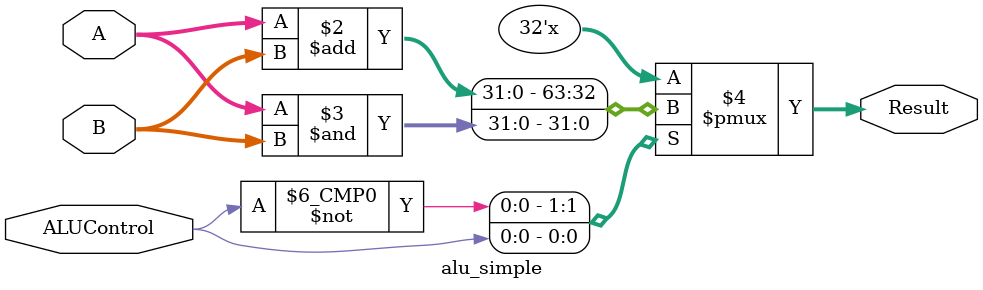
<source format=sv>
`timescale 1ns / 1ps


module alu_simple#(
    parameter   DATAWIDTH = 32	
)(
    input  logic [DATAWIDTH - 1:0]  A           ,
    input  logic [DATAWIDTH - 1:0]  B           ,
    input  logic                    ALUControl  , // 0:add 1:and
    output logic [DATAWIDTH - 1:0]  Result       
);

    always_comb begin // 计算结果Result和进位标志位C
        case (ALUControl)
            1'b0: begin // 计算加法
                Result = A + B;
            end
            1'b1: begin // 计算位与
                Result = A & B;
            end
            default: begin
                Result = {DATAWIDTH{1'b0}};
            end
        endcase
    end

endmodule

</source>
